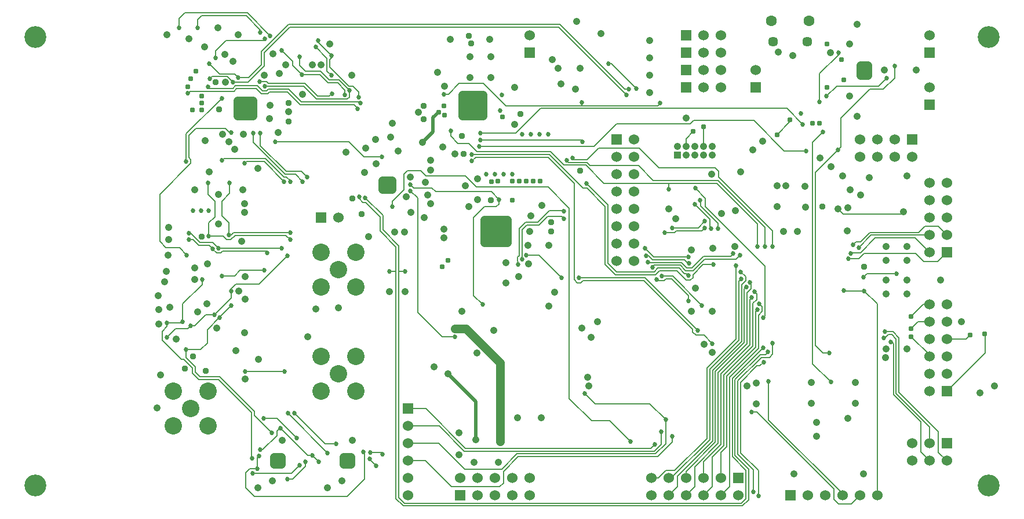
<source format=gbl>
G04 (created by PCBNEW-RS274X (2012-01-19 BZR 3256)-stable) date 10/11/2012 09:17:13*
G01*
G70*
G90*
%MOIN*%
G04 Gerber Fmt 3.4, Leading zero omitted, Abs format*
%FSLAX34Y34*%
G04 APERTURE LIST*
%ADD10C,0.006000*%
%ADD11C,0.063000*%
%ADD12C,0.057100*%
%ADD13C,0.023600*%
%ADD14C,0.025000*%
%ADD15R,0.060000X0.060000*%
%ADD16C,0.060000*%
%ADD17C,0.100000*%
%ADD18C,0.126000*%
%ADD19R,0.042000X0.042000*%
%ADD20C,0.042000*%
%ADD21C,0.023000*%
%ADD22C,0.031000*%
%ADD23C,0.027000*%
%ADD24C,0.037000*%
%ADD25C,0.050000*%
%ADD26C,0.008000*%
%ADD27C,0.020000*%
G04 APERTURE END LIST*
G54D10*
G54D11*
X70583Y-22169D03*
X68417Y-22169D03*
G54D12*
X70479Y-23339D03*
X68521Y-23339D03*
G54D13*
X44202Y-47702D03*
X43798Y-47702D03*
X43798Y-47298D03*
X44202Y-47298D03*
X40202Y-47702D03*
X39798Y-47702D03*
X39798Y-47298D03*
X40202Y-47298D03*
G54D14*
X51225Y-27025D03*
X51225Y-26431D03*
X51819Y-26431D03*
X51819Y-27025D03*
X51819Y-27619D03*
X51225Y-27619D03*
X50631Y-27619D03*
X50631Y-27025D03*
X50631Y-26431D03*
G54D13*
X38150Y-27200D03*
X37717Y-27200D03*
X37717Y-26767D03*
X38150Y-26767D03*
X38583Y-26767D03*
X38583Y-27200D03*
X38583Y-27633D03*
X38150Y-27633D03*
X37717Y-27633D03*
X46300Y-31600D03*
X46039Y-31339D03*
X46561Y-31339D03*
X46561Y-31861D03*
X46039Y-31861D03*
G54D15*
X59500Y-29000D03*
G54D16*
X60500Y-29000D03*
X59500Y-30000D03*
X60500Y-30000D03*
X59500Y-31000D03*
X60500Y-31000D03*
X59500Y-32000D03*
X60500Y-32000D03*
X59500Y-33000D03*
X60500Y-33000D03*
X59500Y-34000D03*
X60500Y-34000D03*
X59500Y-35000D03*
X60500Y-35000D03*
X59500Y-36000D03*
X60500Y-36000D03*
G54D15*
X66500Y-48500D03*
G54D16*
X66500Y-49500D03*
X65500Y-48500D03*
X65500Y-49500D03*
X64500Y-48500D03*
X64500Y-49500D03*
X63500Y-48500D03*
X63500Y-49500D03*
X62500Y-48500D03*
X62500Y-49500D03*
X61500Y-48500D03*
X61500Y-49500D03*
G54D15*
X78500Y-43500D03*
G54D16*
X77500Y-43500D03*
X78500Y-42500D03*
X77500Y-42500D03*
X78500Y-41500D03*
X77500Y-41500D03*
X78500Y-40500D03*
X77500Y-40500D03*
X78500Y-39500D03*
X77500Y-39500D03*
X78500Y-38500D03*
X77500Y-38500D03*
G54D15*
X78500Y-35500D03*
G54D16*
X77500Y-35500D03*
X78500Y-34500D03*
X77500Y-34500D03*
X78500Y-33500D03*
X77500Y-33500D03*
X78500Y-32500D03*
X77500Y-32500D03*
X78500Y-31500D03*
X77500Y-31500D03*
G54D15*
X50500Y-49500D03*
G54D16*
X50500Y-48500D03*
X51500Y-49500D03*
X51500Y-48500D03*
X52500Y-49500D03*
X52500Y-48500D03*
X53500Y-49500D03*
X53500Y-48500D03*
X54500Y-49500D03*
X54500Y-48500D03*
G54D15*
X76500Y-29000D03*
G54D16*
X76500Y-30000D03*
X75500Y-29000D03*
X75500Y-30000D03*
X74500Y-29000D03*
X74500Y-30000D03*
X73500Y-29000D03*
X73500Y-30000D03*
G54D15*
X78510Y-46500D03*
G54D16*
X78510Y-47500D03*
X77510Y-46500D03*
X77510Y-47500D03*
X76510Y-46500D03*
X76510Y-47500D03*
G54D15*
X69500Y-49500D03*
G54D16*
X70500Y-49500D03*
X71500Y-49500D03*
X72500Y-49500D03*
X73500Y-49500D03*
X74500Y-49500D03*
G54D15*
X47500Y-44500D03*
G54D16*
X47500Y-45500D03*
X47500Y-46500D03*
X47500Y-47500D03*
X47500Y-48500D03*
X47500Y-49500D03*
G54D15*
X63500Y-24000D03*
G54D16*
X64500Y-24000D03*
X65500Y-24000D03*
G54D15*
X63500Y-23000D03*
G54D16*
X64500Y-23000D03*
X65500Y-23000D03*
G54D15*
X63500Y-25000D03*
G54D16*
X64500Y-25000D03*
X65500Y-25000D03*
G54D15*
X63500Y-26000D03*
G54D16*
X64500Y-26000D03*
X65500Y-26000D03*
G54D15*
X67500Y-26000D03*
G54D16*
X67500Y-25000D03*
G54D17*
X43500Y-36500D03*
X42500Y-37500D03*
X44500Y-37500D03*
X44500Y-35500D03*
X42500Y-35500D03*
X35000Y-44500D03*
X36000Y-43500D03*
X34000Y-43500D03*
X34000Y-45500D03*
X36000Y-45500D03*
X43500Y-42500D03*
X42500Y-43500D03*
X44500Y-43500D03*
X44500Y-41500D03*
X42500Y-41500D03*
G54D15*
X54500Y-24000D03*
G54D16*
X54500Y-23000D03*
G54D15*
X77500Y-24000D03*
G54D16*
X77500Y-23000D03*
G54D15*
X77500Y-27000D03*
G54D16*
X77500Y-26000D03*
G54D15*
X42500Y-33500D03*
G54D16*
X43500Y-33500D03*
G54D18*
X26075Y-23075D03*
X80925Y-23075D03*
X80925Y-48925D03*
X26075Y-48925D03*
G54D14*
X52575Y-34275D03*
X52575Y-33625D03*
X53225Y-33625D03*
X53225Y-34275D03*
X53225Y-34925D03*
X52575Y-34925D03*
X51925Y-34925D03*
X51925Y-34275D03*
X51925Y-33625D03*
G54D19*
X63000Y-29900D03*
G54D20*
X63000Y-29400D03*
X63500Y-29900D03*
X63500Y-29400D03*
X64000Y-29900D03*
X64000Y-29400D03*
X64500Y-29900D03*
X64500Y-29400D03*
X65000Y-29900D03*
X65000Y-29400D03*
G54D21*
X73750Y-25000D03*
X73947Y-24705D03*
X73553Y-24705D03*
X73553Y-25295D03*
X73947Y-25295D03*
G54D22*
X49470Y-36330D03*
G54D20*
X50450Y-47150D03*
X48450Y-33500D03*
X50200Y-39880D03*
X47300Y-34310D03*
X45650Y-29000D03*
X52800Y-46400D03*
X48800Y-30200D03*
G54D23*
X56460Y-33110D03*
X53850Y-36180D03*
X54060Y-35880D03*
X56460Y-33550D03*
G54D20*
X47400Y-32300D03*
X47650Y-31150D03*
G54D23*
X44950Y-47000D03*
X38930Y-47230D03*
X38850Y-47960D03*
X40250Y-35260D03*
X34900Y-34400D03*
X45310Y-47400D03*
X43100Y-24150D03*
X42340Y-23280D03*
X45670Y-47790D03*
X44680Y-26560D03*
X39020Y-22820D03*
X35420Y-22550D03*
X36620Y-35260D03*
X37330Y-28590D03*
X34780Y-35640D03*
X41450Y-31410D03*
X38600Y-28630D03*
X38150Y-42350D03*
X40410Y-42350D03*
X37340Y-37710D03*
X40570Y-35690D03*
X45330Y-47030D03*
X39010Y-28610D03*
X35010Y-39720D03*
X41710Y-31150D03*
X46030Y-47120D03*
X36370Y-39100D03*
X33650Y-40400D03*
X38970Y-25670D03*
X43130Y-26360D03*
X40600Y-44770D03*
X36810Y-26610D03*
X36050Y-34550D03*
X42870Y-47040D03*
X34750Y-30250D03*
X36000Y-31500D03*
X40740Y-34770D03*
X40730Y-34350D03*
X37200Y-34500D03*
X37250Y-31500D03*
X40970Y-44750D03*
X43390Y-46520D03*
X39590Y-23020D03*
X41600Y-47570D03*
X42200Y-23670D03*
X34350Y-22550D03*
X43098Y-25298D03*
X40580Y-48550D03*
X40230Y-23850D03*
X41410Y-25250D03*
X38100Y-30350D03*
X40390Y-31410D03*
X43870Y-26410D03*
X38550Y-47360D03*
X33650Y-39550D03*
X34550Y-39500D03*
X35660Y-37040D03*
X38560Y-48220D03*
X36280Y-35280D03*
X39400Y-35520D03*
X34900Y-34750D03*
X41280Y-47760D03*
X42370Y-47570D03*
X36810Y-30200D03*
X40750Y-31420D03*
X36450Y-24300D03*
X42000Y-47190D03*
X39260Y-25930D03*
X44130Y-26170D03*
X39270Y-23190D03*
X39000Y-46870D03*
X40160Y-45620D03*
X41260Y-24230D03*
X39670Y-45890D03*
X37340Y-38560D03*
X36690Y-39250D03*
X34740Y-41100D03*
X39220Y-45050D03*
X41100Y-46180D03*
X36800Y-36850D03*
X39240Y-36530D03*
X62700Y-46100D03*
X62060Y-45810D03*
X62330Y-45130D03*
X57690Y-43610D03*
X61710Y-46540D03*
X71740Y-41300D03*
X75500Y-24750D03*
X72250Y-29600D03*
X73110Y-35040D03*
X73430Y-35210D03*
X75610Y-36730D03*
X73720Y-36910D03*
X72830Y-35860D03*
X72990Y-35540D03*
X75270Y-40640D03*
X74930Y-40070D03*
X74880Y-40430D03*
G54D20*
X76000Y-33150D03*
X72250Y-33000D03*
G54D23*
X63630Y-35750D03*
X61140Y-35260D03*
X61210Y-35700D03*
X63660Y-36110D03*
X66210Y-35570D03*
X61310Y-36060D03*
X66610Y-35640D03*
X61560Y-36350D03*
X72560Y-37690D03*
X65330Y-34130D03*
X73740Y-37710D03*
X64320Y-32500D03*
X67610Y-38790D03*
X66370Y-36240D03*
X66660Y-37010D03*
X66960Y-37490D03*
X67440Y-37760D03*
X67290Y-38100D03*
X67710Y-38440D03*
X66650Y-36620D03*
X67190Y-37210D03*
X64580Y-33700D03*
X62720Y-34080D03*
X64580Y-34080D03*
X62280Y-34350D03*
G54D22*
X79830Y-40270D03*
X80690Y-40200D03*
X76450Y-40350D03*
X76450Y-39200D03*
X76450Y-39900D03*
X63910Y-28530D03*
X64500Y-28250D03*
G54D23*
X68240Y-42920D03*
X67280Y-44690D03*
G54D20*
X49800Y-42500D03*
X51400Y-46300D03*
G54D23*
X71380Y-28550D03*
X71830Y-42950D03*
X56340Y-36940D03*
X57340Y-36940D03*
X64180Y-39980D03*
X54320Y-35640D03*
X51180Y-30230D03*
X65020Y-40750D03*
X51800Y-38500D03*
X52750Y-32450D03*
X47650Y-31600D03*
X50200Y-40360D03*
X47650Y-31950D03*
G54D20*
X69100Y-34300D03*
X61400Y-25300D03*
G54D22*
X35630Y-26900D03*
G54D20*
X57150Y-26100D03*
X33290Y-42550D03*
X50225Y-29835D03*
X67000Y-43190D03*
X67900Y-29100D03*
X58600Y-22900D03*
X72900Y-26500D03*
X76200Y-31100D03*
X80400Y-43600D03*
X44300Y-46320D03*
G54D22*
X52325Y-31415D03*
G54D23*
X70100Y-27500D03*
G54D22*
X54725Y-31375D03*
G54D20*
X45000Y-30900D03*
G54D24*
X34680Y-42180D03*
G54D20*
X37200Y-29130D03*
X63800Y-38900D03*
G54D22*
X71600Y-23500D03*
G54D24*
X55750Y-34300D03*
G54D23*
X55575Y-28675D03*
G54D20*
X53635Y-28125D03*
G54D24*
X48425Y-27825D03*
G54D20*
X55200Y-32800D03*
X33750Y-34750D03*
X49935Y-23225D03*
G54D24*
X73750Y-36320D03*
G54D20*
X71200Y-30040D03*
X43940Y-29720D03*
X45250Y-34600D03*
G54D22*
X70790Y-28050D03*
G54D24*
X35650Y-34600D03*
G54D20*
X34160Y-40500D03*
G54D23*
X55075Y-28675D03*
G54D24*
X35140Y-41500D03*
G54D20*
X73250Y-44200D03*
X35850Y-29050D03*
X76200Y-35950D03*
X72770Y-34260D03*
X35230Y-37040D03*
X61400Y-26300D03*
X38150Y-38200D03*
X43000Y-23500D03*
G54D22*
X53525Y-31375D03*
G54D20*
X40100Y-25190D03*
X38100Y-32700D03*
X37760Y-37710D03*
X38150Y-36900D03*
X33750Y-34050D03*
G54D24*
X35890Y-42320D03*
G54D20*
X33190Y-38790D03*
G54D23*
X54575Y-28675D03*
G54D20*
X33800Y-38670D03*
X33150Y-38000D03*
X51505Y-31265D03*
G54D23*
X52525Y-30975D03*
G54D20*
X35400Y-38930D03*
X50600Y-38900D03*
X57900Y-43200D03*
X53810Y-45010D03*
G54D22*
X71600Y-26000D03*
G54D20*
X37550Y-29550D03*
X36600Y-32150D03*
X71800Y-24000D03*
X57400Y-24900D03*
X61400Y-24300D03*
X62500Y-33000D03*
G54D24*
X50725Y-29835D03*
G54D20*
X36510Y-39870D03*
X72900Y-23500D03*
X37000Y-25700D03*
X52215Y-23225D03*
X49580Y-34640D03*
X39750Y-24050D03*
X36070Y-30860D03*
G54D24*
X51145Y-23445D03*
G54D20*
X33190Y-39620D03*
G54D22*
X54325Y-31375D03*
G54D20*
X76200Y-37100D03*
G54D22*
X53925Y-31375D03*
G54D23*
X36050Y-33100D03*
G54D20*
X40650Y-27400D03*
X71850Y-30550D03*
X35970Y-36150D03*
X70700Y-44200D03*
X38050Y-28700D03*
X48500Y-31450D03*
X71000Y-45300D03*
G54D22*
X72450Y-24400D03*
G54D20*
X55800Y-24400D03*
X43500Y-38700D03*
G54D22*
X55125Y-31375D03*
G54D20*
X46600Y-28050D03*
X79330Y-39490D03*
X58400Y-39500D03*
X52275Y-24225D03*
G54D23*
X53525Y-30975D03*
G54D20*
X38890Y-30650D03*
G54D22*
X34850Y-25950D03*
G54D24*
X48415Y-27045D03*
G54D22*
X35000Y-25500D03*
G54D20*
X49000Y-42100D03*
G54D24*
X51005Y-23005D03*
G54D20*
X45090Y-29500D03*
X70350Y-31690D03*
X38900Y-41650D03*
X42890Y-49050D03*
X47690Y-33200D03*
X41750Y-40350D03*
X46950Y-29650D03*
X69250Y-31650D03*
X35800Y-23650D03*
X73350Y-27650D03*
X74960Y-41560D03*
X66310Y-35140D03*
G54D23*
X54075Y-28675D03*
G54D20*
X48650Y-32200D03*
X56150Y-24900D03*
G54D22*
X35300Y-25050D03*
G54D20*
X40490Y-24680D03*
X35250Y-31900D03*
G54D22*
X35630Y-26500D03*
G54D20*
X36600Y-33850D03*
X73550Y-32200D03*
X51300Y-47600D03*
X63800Y-35350D03*
X52430Y-39990D03*
G54D24*
X71350Y-32850D03*
G54D22*
X52685Y-31375D03*
G54D20*
X71000Y-46100D03*
X76200Y-41050D03*
X37950Y-34850D03*
G54D24*
X40650Y-26900D03*
G54D22*
X35100Y-27300D03*
G54D23*
X53025Y-30975D03*
G54D20*
X52700Y-47600D03*
X42000Y-24700D03*
X68750Y-31650D03*
X51020Y-32840D03*
X61400Y-23300D03*
X35940Y-38470D03*
X38010Y-31900D03*
G54D23*
X35600Y-33100D03*
G54D20*
X76750Y-25000D03*
G54D24*
X53985Y-27515D03*
X40650Y-27950D03*
G54D20*
X50795Y-31665D03*
X41450Y-26400D03*
X38100Y-40130D03*
G54D22*
X35630Y-27300D03*
G54D20*
X40050Y-28600D03*
X33700Y-35650D03*
X72800Y-45050D03*
X33500Y-37200D03*
X74040Y-31190D03*
X72500Y-31100D03*
G54D24*
X55750Y-33750D03*
G54D20*
X48125Y-27425D03*
G54D24*
X57400Y-30800D03*
G54D20*
X51075Y-24225D03*
X49225Y-25125D03*
X34900Y-23200D03*
X72950Y-31900D03*
X76200Y-35150D03*
X67540Y-44230D03*
X51460Y-41280D03*
X73350Y-22350D03*
X68800Y-23950D03*
X54450Y-36150D03*
X53130Y-37260D03*
X64550Y-40800D03*
X55600Y-35100D03*
X33070Y-44460D03*
X37750Y-22950D03*
X55950Y-37790D03*
X40280Y-46320D03*
X74900Y-25000D03*
X38890Y-49050D03*
X36850Y-28700D03*
G54D23*
X35150Y-33100D03*
G54D20*
X55180Y-45010D03*
X44260Y-25300D03*
X49525Y-29435D03*
X57500Y-39850D03*
X76200Y-37900D03*
X38100Y-33200D03*
X69650Y-24150D03*
X36980Y-24100D03*
X69900Y-34300D03*
X65550Y-33250D03*
X53635Y-25975D03*
G54D23*
X52025Y-30975D03*
G54D20*
X49580Y-34160D03*
G54D24*
X36450Y-25700D03*
G54D20*
X53860Y-36890D03*
X42500Y-24700D03*
X36560Y-22550D03*
X33640Y-22950D03*
G54D23*
X70400Y-29650D03*
X51620Y-29390D03*
X60080Y-26420D03*
X37430Y-25680D03*
X36100Y-25500D03*
X61800Y-37050D03*
X63630Y-38280D03*
X36090Y-24630D03*
X37750Y-25420D03*
X62120Y-36860D03*
X64420Y-38540D03*
X60220Y-26080D03*
X67390Y-49290D03*
X36000Y-25950D03*
X44780Y-26900D03*
X68480Y-40710D03*
X34850Y-26330D03*
X67660Y-49530D03*
X67970Y-41810D03*
X44620Y-27220D03*
X39880Y-29130D03*
X46000Y-30000D03*
X75050Y-25450D03*
X71590Y-26500D03*
X72270Y-24000D03*
X71190Y-26830D03*
G54D22*
X69490Y-27840D03*
X68750Y-28710D03*
G54D23*
X64940Y-34130D03*
X60650Y-26060D03*
X59030Y-24610D03*
X64010Y-32720D03*
X51670Y-28620D03*
X70210Y-28110D03*
X68460Y-35140D03*
X56960Y-30050D03*
X44700Y-32300D03*
X46450Y-36600D03*
X68220Y-41230D03*
X47350Y-36600D03*
X45050Y-32350D03*
X67940Y-40990D03*
X46600Y-32850D03*
X60320Y-46400D03*
X65060Y-36190D03*
X51180Y-29850D03*
X51670Y-29010D03*
X57760Y-31520D03*
X63630Y-36820D03*
X57550Y-29130D03*
X62020Y-26880D03*
X57520Y-26850D03*
X64030Y-31800D03*
X67930Y-39250D03*
X49575Y-26375D03*
X56630Y-30180D03*
X68040Y-35150D03*
G54D20*
X54570Y-33380D03*
G54D24*
X36640Y-27250D03*
G54D20*
X49625Y-25925D03*
G54D22*
X53525Y-32475D03*
G54D24*
X50615Y-28785D03*
G54D22*
X49565Y-27045D03*
X52945Y-27695D03*
G54D20*
X54400Y-35100D03*
G54D22*
X49625Y-27585D03*
G54D20*
X33610Y-36600D03*
X37600Y-41150D03*
X38150Y-42800D03*
X39250Y-25300D03*
X39570Y-27010D03*
X54500Y-34300D03*
X51525Y-32465D03*
X37450Y-24500D03*
G54D23*
X52895Y-26425D03*
G54D20*
X35250Y-36400D03*
X53140Y-36100D03*
X52275Y-25415D03*
G54D23*
X52825Y-27335D03*
G54D24*
X52275Y-32475D03*
G54D20*
X51075Y-25405D03*
G54D22*
X72560Y-25570D03*
G54D20*
X43710Y-48650D03*
X75000Y-35950D03*
X70378Y-32904D03*
X78150Y-37100D03*
G54D22*
X71190Y-28050D03*
G54D24*
X44300Y-32400D03*
G54D20*
X46450Y-37750D03*
X48800Y-32700D03*
X73700Y-48250D03*
X70700Y-43000D03*
X75000Y-41050D03*
X75000Y-37900D03*
X39710Y-48650D03*
X63500Y-27740D03*
X42200Y-38750D03*
X48340Y-29160D03*
G54D24*
X44850Y-33300D03*
G54D20*
X68750Y-32850D03*
X72810Y-32920D03*
X75000Y-37100D03*
X66640Y-30840D03*
X62900Y-33550D03*
X65000Y-41250D03*
X75000Y-35150D03*
X81250Y-43200D03*
X48800Y-30750D03*
X46730Y-34310D03*
X67350Y-29600D03*
X58050Y-40400D03*
X55600Y-38600D03*
X39550Y-27800D03*
X73250Y-43000D03*
X56300Y-25800D03*
X57850Y-42700D03*
X64050Y-37540D03*
X57200Y-22200D03*
X45660Y-30400D03*
X65030Y-35270D03*
X47350Y-37750D03*
G54D22*
X49275Y-27415D03*
X49820Y-35960D03*
G54D20*
X67540Y-43020D03*
X46500Y-28850D03*
X66350Y-33100D03*
X64990Y-31000D03*
X50450Y-45900D03*
X69700Y-48250D03*
X65000Y-38900D03*
G54D23*
X62500Y-31850D03*
X49975Y-28485D03*
X67610Y-35160D03*
G54D25*
X52800Y-46400D02*
X52800Y-41840D01*
X50840Y-39880D02*
X50200Y-39880D01*
X52800Y-41840D02*
X50840Y-39880D01*
G54D26*
X56448Y-33098D02*
X56460Y-33110D01*
X53850Y-36180D02*
X53850Y-36040D01*
X53898Y-34122D02*
X54262Y-33758D01*
X55940Y-33098D02*
X56448Y-33098D01*
X54262Y-33758D02*
X54972Y-33758D01*
X53800Y-35770D02*
X53898Y-35672D01*
X54972Y-33758D02*
X55632Y-33098D01*
X53800Y-35990D02*
X53800Y-35770D01*
X53850Y-36040D02*
X53800Y-35990D01*
X53898Y-35672D02*
X53898Y-34122D01*
X55632Y-33098D02*
X55940Y-33098D01*
X54060Y-34190D02*
X54330Y-33920D01*
X56460Y-33550D02*
X56335Y-33425D01*
X54060Y-35880D02*
X54060Y-34190D01*
X56335Y-33425D02*
X55535Y-33425D01*
X55535Y-33425D02*
X55040Y-33920D01*
X54330Y-33920D02*
X55040Y-33920D01*
X38680Y-49550D02*
X38180Y-49050D01*
X38850Y-47960D02*
X38410Y-47960D01*
X44010Y-49550D02*
X38680Y-49550D01*
X44950Y-47000D02*
X45020Y-47070D01*
X45020Y-48540D02*
X44010Y-49550D01*
X45020Y-47070D02*
X45020Y-48540D01*
X38930Y-47230D02*
X38850Y-47310D01*
X38180Y-48190D02*
X38180Y-49050D01*
X38410Y-47960D02*
X38180Y-48190D01*
X38850Y-47310D02*
X38850Y-47960D01*
X45310Y-47430D02*
X45310Y-47400D01*
X42340Y-23390D02*
X43100Y-24150D01*
X36270Y-34910D02*
X36620Y-35260D01*
X44680Y-26260D02*
X44680Y-26560D01*
X35530Y-34910D02*
X36270Y-34910D01*
X42340Y-23280D02*
X42340Y-23390D01*
X38202Y-21862D02*
X39020Y-22680D01*
X43100Y-24292D02*
X43002Y-24390D01*
X35420Y-22550D02*
X35420Y-22082D01*
X44100Y-25910D02*
X44330Y-25910D01*
X43002Y-24812D02*
X44100Y-25910D01*
X39020Y-22680D02*
X39020Y-22820D01*
X44330Y-25910D02*
X44680Y-26260D01*
X35420Y-22082D02*
X35640Y-21862D01*
X45670Y-47790D02*
X45310Y-47430D01*
X35640Y-21862D02*
X38202Y-21862D01*
X43002Y-24390D02*
X43002Y-24812D01*
X43100Y-24292D02*
X43100Y-24150D01*
X36620Y-35260D02*
X40250Y-35260D01*
X34900Y-34400D02*
X35020Y-34400D01*
X35020Y-34400D02*
X35530Y-34910D01*
X33580Y-35220D02*
X34360Y-35220D01*
X35020Y-30138D02*
X35020Y-30360D01*
X34912Y-30030D02*
X35020Y-30138D01*
X35020Y-30360D02*
X33230Y-32150D01*
X33230Y-34870D02*
X33580Y-35220D01*
X33230Y-32150D02*
X33230Y-34870D01*
X35300Y-28350D02*
X34912Y-28738D01*
X37250Y-28590D02*
X37010Y-28350D01*
X37330Y-28590D02*
X37250Y-28590D01*
X34360Y-35220D02*
X34780Y-35640D01*
X37010Y-28350D02*
X35300Y-28350D01*
X34912Y-28738D02*
X34912Y-30030D01*
X41028Y-30988D02*
X41450Y-31410D01*
X38600Y-29160D02*
X40428Y-30988D01*
X40428Y-30988D02*
X41028Y-30988D01*
X40410Y-42350D02*
X38150Y-42350D01*
X38600Y-28630D02*
X38600Y-29160D01*
X37340Y-38130D02*
X36370Y-39100D01*
X35860Y-39100D02*
X35240Y-39720D01*
X35240Y-39720D02*
X35010Y-39720D01*
X38940Y-37320D02*
X40570Y-35690D01*
X34830Y-39900D02*
X35010Y-39720D01*
X37340Y-37580D02*
X37600Y-37320D01*
X37340Y-37710D02*
X37340Y-38130D01*
X39010Y-29340D02*
X40496Y-30826D01*
X33650Y-40400D02*
X34150Y-39900D01*
X34150Y-39900D02*
X34830Y-39900D01*
X39010Y-28610D02*
X39010Y-29340D01*
X37340Y-37710D02*
X37340Y-37580D01*
X41386Y-30826D02*
X41710Y-31150D01*
X46030Y-47120D02*
X45940Y-47030D01*
X45940Y-47030D02*
X45330Y-47030D01*
X40496Y-30826D02*
X41386Y-30826D01*
X37600Y-37320D02*
X38940Y-37320D01*
X36370Y-39100D02*
X35860Y-39100D01*
X42320Y-26500D02*
X42990Y-26500D01*
X39468Y-25768D02*
X41588Y-25768D01*
X38970Y-25670D02*
X39370Y-25670D01*
X41588Y-25768D02*
X42320Y-26500D01*
X39370Y-25670D02*
X39468Y-25768D01*
X42990Y-26500D02*
X43130Y-26360D01*
X36050Y-34550D02*
X36880Y-34550D01*
X36810Y-26610D02*
X34750Y-28670D01*
X40480Y-34510D02*
X40740Y-34770D01*
X34750Y-28720D02*
X34750Y-30250D01*
X37090Y-34760D02*
X37310Y-34760D01*
X36050Y-33800D02*
X36400Y-33450D01*
X37560Y-34510D02*
X40480Y-34510D01*
X36400Y-32550D02*
X36000Y-32150D01*
X36050Y-34550D02*
X36050Y-33800D01*
X40600Y-44770D02*
X42870Y-47040D01*
X36000Y-32150D02*
X36000Y-31500D01*
X37310Y-34760D02*
X37560Y-34510D01*
X36880Y-34550D02*
X37090Y-34760D01*
X34750Y-28670D02*
X34750Y-28720D01*
X36400Y-33450D02*
X36400Y-32550D01*
X36800Y-33400D02*
X37200Y-33800D01*
X40728Y-34348D02*
X40730Y-34350D01*
X37200Y-34500D02*
X37340Y-34500D01*
X37340Y-34500D02*
X37492Y-34348D01*
X36800Y-32550D02*
X36800Y-33400D01*
X42740Y-46520D02*
X43390Y-46520D01*
X37250Y-31500D02*
X37250Y-32100D01*
X37250Y-32100D02*
X36800Y-32550D01*
X37200Y-33800D02*
X37200Y-34500D01*
X37492Y-34348D02*
X40728Y-34348D01*
X40970Y-44750D02*
X42740Y-46520D01*
X43098Y-25298D02*
X42840Y-25040D01*
X34350Y-22020D02*
X34350Y-22550D01*
X41600Y-47820D02*
X40870Y-48550D01*
X41600Y-47570D02*
X41600Y-47820D01*
X38270Y-21700D02*
X39590Y-23020D01*
X40870Y-48550D02*
X40580Y-48550D01*
X42840Y-24310D02*
X42840Y-25040D01*
X34350Y-22020D02*
X34670Y-21700D01*
X42200Y-23670D02*
X42840Y-24310D01*
X34670Y-21700D02*
X38270Y-21700D01*
X38200Y-30250D02*
X39230Y-30250D01*
X43870Y-26140D02*
X43870Y-26410D01*
X41410Y-25250D02*
X40870Y-24710D01*
X42922Y-25732D02*
X43462Y-25732D01*
X43462Y-25732D02*
X43870Y-26140D01*
X42440Y-25250D02*
X42922Y-25732D01*
X40230Y-23850D02*
X40870Y-24490D01*
X41410Y-25250D02*
X42440Y-25250D01*
X40390Y-31410D02*
X39230Y-30250D01*
X38200Y-30250D02*
X38100Y-30350D01*
X40870Y-24490D02*
X40870Y-24710D01*
X35660Y-37360D02*
X35660Y-37040D01*
X33370Y-40570D02*
X34460Y-41660D01*
X34550Y-38470D02*
X35660Y-37360D01*
X38508Y-47318D02*
X38550Y-47360D01*
X34550Y-39500D02*
X34550Y-38470D01*
X36622Y-42822D02*
X38508Y-44708D01*
X34500Y-39550D02*
X33650Y-39550D01*
X35118Y-42168D02*
X35118Y-42468D01*
X35118Y-42468D02*
X35472Y-42822D01*
X33650Y-39770D02*
X33370Y-40050D01*
X34460Y-41660D02*
X34610Y-41660D01*
X34550Y-39500D02*
X34500Y-39550D01*
X35472Y-42822D02*
X36622Y-42822D01*
X34610Y-41660D02*
X35118Y-42168D01*
X33650Y-39770D02*
X33650Y-39550D01*
X38508Y-44708D02*
X38508Y-47318D01*
X33370Y-40050D02*
X33370Y-40570D01*
X35462Y-35072D02*
X36072Y-35072D01*
X34900Y-34750D02*
X35140Y-34750D01*
X36850Y-35422D02*
X39302Y-35422D01*
X36742Y-35530D02*
X36850Y-35422D01*
X36280Y-35310D02*
X36280Y-35280D01*
X40820Y-48220D02*
X38560Y-48220D01*
X36072Y-35072D02*
X36280Y-35280D01*
X39302Y-35422D02*
X39400Y-35520D01*
X36280Y-35310D02*
X36500Y-35530D01*
X41280Y-47760D02*
X40820Y-48220D01*
X36500Y-35530D02*
X36742Y-35530D01*
X35140Y-34750D02*
X35462Y-35072D01*
X39170Y-23290D02*
X39270Y-23190D01*
X39298Y-30088D02*
X36922Y-30088D01*
X41600Y-25050D02*
X42470Y-25050D01*
X44130Y-26538D02*
X44130Y-26170D01*
X36922Y-30088D02*
X36810Y-30200D01*
X40510Y-31150D02*
X40360Y-31150D01*
X41260Y-24230D02*
X41260Y-24710D01*
X42470Y-25050D02*
X42990Y-25570D01*
X43530Y-25570D02*
X44130Y-26170D01*
X39960Y-45800D02*
X39960Y-46060D01*
X40360Y-31150D02*
X39298Y-30088D01*
X41730Y-47190D02*
X42000Y-47190D01*
X42990Y-25570D02*
X43530Y-25570D01*
X40730Y-31400D02*
X40730Y-31370D01*
X39960Y-46060D02*
X39150Y-46870D01*
X40750Y-31420D02*
X40730Y-31400D01*
X41520Y-25930D02*
X42258Y-26668D01*
X42000Y-47200D02*
X42000Y-47190D01*
X37050Y-23290D02*
X39170Y-23290D01*
X44000Y-26668D02*
X44130Y-26538D01*
X40160Y-45620D02*
X40140Y-45620D01*
X42258Y-26668D02*
X44000Y-26668D01*
X40140Y-45620D02*
X39960Y-45800D01*
X39260Y-25930D02*
X41520Y-25930D01*
X36450Y-23890D02*
X37050Y-23290D01*
X40730Y-31370D02*
X40510Y-31150D01*
X41730Y-47190D02*
X40160Y-45620D01*
X41260Y-24710D02*
X41600Y-25050D01*
X39150Y-46870D02*
X39000Y-46870D01*
X36450Y-24300D02*
X36450Y-23890D01*
X42370Y-47570D02*
X42000Y-47200D01*
X35960Y-39940D02*
X36650Y-39250D01*
X35280Y-42100D02*
X35280Y-42400D01*
X34740Y-41560D02*
X35280Y-42100D01*
X35570Y-41100D02*
X35960Y-40710D01*
X39670Y-45890D02*
X38670Y-44890D01*
X35960Y-40710D02*
X35960Y-39940D01*
X34740Y-41100D02*
X34740Y-41560D01*
X35280Y-42400D02*
X35540Y-42660D01*
X37340Y-38560D02*
X36690Y-39210D01*
X36650Y-39250D02*
X36690Y-39250D01*
X34740Y-41100D02*
X35570Y-41100D01*
X36690Y-42660D02*
X38670Y-44640D01*
X35540Y-42660D02*
X36690Y-42660D01*
X38670Y-44890D02*
X38670Y-44640D01*
X36690Y-39210D02*
X36690Y-39250D01*
X37530Y-36850D02*
X37850Y-36530D01*
X39970Y-45050D02*
X39220Y-45050D01*
X37850Y-36530D02*
X39240Y-36530D01*
X41100Y-46180D02*
X39970Y-45050D01*
X36800Y-36850D02*
X37530Y-36850D01*
X52790Y-49000D02*
X53000Y-48790D01*
X53858Y-47266D02*
X61864Y-47266D01*
X53000Y-48790D02*
X53000Y-48124D01*
X48500Y-47500D02*
X50000Y-49000D01*
X47500Y-47500D02*
X48500Y-47500D01*
X62700Y-46430D02*
X62700Y-46100D01*
X50000Y-49000D02*
X52790Y-49000D01*
X61864Y-47266D02*
X62700Y-46430D01*
X53000Y-48124D02*
X53858Y-47266D01*
X47500Y-45500D02*
X49300Y-45500D01*
X49300Y-45500D02*
X50742Y-46942D01*
X61538Y-46942D02*
X61688Y-46942D01*
X50742Y-46942D02*
X61538Y-46942D01*
X62060Y-46570D02*
X62060Y-45810D01*
X61688Y-46942D02*
X62060Y-46570D01*
X61756Y-47104D02*
X62330Y-46530D01*
X52894Y-48000D02*
X53790Y-47104D01*
X53790Y-47104D02*
X61530Y-47104D01*
X61530Y-47104D02*
X61756Y-47104D01*
X61410Y-44210D02*
X62330Y-45130D01*
X50770Y-48000D02*
X52894Y-48000D01*
X58290Y-44210D02*
X61410Y-44210D01*
X49270Y-46500D02*
X47500Y-46500D01*
X57690Y-43610D02*
X58290Y-44210D01*
X49270Y-46500D02*
X50770Y-48000D01*
X62330Y-46530D02*
X62330Y-45130D01*
X61470Y-46780D02*
X61710Y-46540D01*
X50810Y-46780D02*
X61470Y-46780D01*
X48530Y-44500D02*
X50810Y-46780D01*
X48530Y-44500D02*
X47500Y-44500D01*
X72270Y-29570D02*
X72420Y-29420D01*
X75500Y-25450D02*
X75500Y-24750D01*
X70952Y-40870D02*
X70952Y-30888D01*
X72250Y-29600D02*
X72270Y-29580D01*
X74078Y-26092D02*
X74858Y-26092D01*
X71382Y-41300D02*
X70952Y-40870D01*
X72270Y-29580D02*
X72270Y-29570D01*
X72420Y-29420D02*
X72420Y-27750D01*
X72420Y-27750D02*
X74078Y-26092D01*
X74858Y-26092D02*
X75500Y-25450D01*
X70952Y-30888D02*
X72270Y-29570D01*
X71740Y-41300D02*
X71382Y-41300D01*
X76892Y-34338D02*
X77230Y-34000D01*
X73110Y-35040D02*
X73270Y-34880D01*
X73530Y-34880D02*
X74072Y-34338D01*
X74072Y-34338D02*
X76892Y-34338D01*
X73270Y-34880D02*
X73530Y-34880D01*
X77230Y-34000D02*
X78000Y-34000D01*
X78000Y-34000D02*
X78500Y-34500D01*
X74140Y-34500D02*
X77500Y-34500D01*
X73430Y-35210D02*
X74140Y-34500D01*
X73720Y-36910D02*
X73900Y-36730D01*
X73900Y-36730D02*
X75610Y-36730D01*
X72850Y-35840D02*
X73440Y-35840D01*
X77180Y-36020D02*
X77980Y-36020D01*
X73730Y-35550D02*
X76710Y-35550D01*
X72830Y-35860D02*
X72850Y-35840D01*
X77980Y-36020D02*
X78500Y-35500D01*
X73440Y-35840D02*
X73730Y-35550D01*
X76710Y-35550D02*
X77180Y-36020D01*
X72990Y-35540D02*
X73020Y-35510D01*
X76662Y-34662D02*
X77500Y-35500D01*
X73540Y-35510D02*
X74388Y-34662D01*
X74388Y-34662D02*
X76662Y-34662D01*
X73020Y-35510D02*
X73540Y-35510D01*
X77010Y-47000D02*
X77510Y-47500D01*
X75426Y-40760D02*
X75426Y-43686D01*
X77010Y-45270D02*
X77010Y-47000D01*
X75426Y-43686D02*
X77010Y-45270D01*
X75306Y-40640D02*
X75426Y-40760D01*
X75270Y-40640D02*
X75306Y-40640D01*
X75750Y-40890D02*
X75750Y-40410D01*
X75750Y-40410D02*
X75410Y-40070D01*
X75750Y-43550D02*
X78020Y-45820D01*
X78510Y-47500D02*
X78020Y-47010D01*
X75750Y-40890D02*
X75750Y-43550D01*
X75410Y-40070D02*
X74930Y-40070D01*
X78020Y-45820D02*
X78020Y-47010D01*
X74952Y-40430D02*
X75150Y-40232D01*
X74880Y-40430D02*
X74952Y-40430D01*
X75342Y-40232D02*
X75588Y-40478D01*
X75588Y-43618D02*
X77510Y-45540D01*
X75150Y-40232D02*
X75342Y-40232D01*
X77510Y-45540D02*
X77510Y-46500D01*
X75588Y-40478D02*
X75588Y-43618D01*
X75850Y-33300D02*
X76000Y-33150D01*
X72250Y-33000D02*
X72550Y-33300D01*
X72550Y-33300D02*
X75850Y-33300D01*
X61630Y-35750D02*
X61140Y-35260D01*
X63630Y-35750D02*
X61630Y-35750D01*
X63660Y-36110D02*
X63608Y-36110D01*
X63410Y-35912D02*
X61562Y-35912D01*
X61350Y-35700D02*
X61210Y-35700D01*
X63608Y-36110D02*
X63410Y-35912D01*
X61562Y-35912D02*
X61350Y-35700D01*
X64380Y-35840D02*
X63840Y-36380D01*
X63234Y-36074D02*
X61324Y-36074D01*
X66060Y-35720D02*
X64500Y-35720D01*
X64500Y-35720D02*
X64380Y-35840D01*
X61324Y-36074D02*
X61310Y-36060D01*
X66210Y-35570D02*
X66060Y-35720D01*
X63540Y-36380D02*
X63234Y-36074D01*
X63840Y-36380D02*
X63540Y-36380D01*
X61674Y-36236D02*
X61560Y-36350D01*
X63908Y-36542D02*
X63472Y-36542D01*
X64568Y-35882D02*
X63908Y-36542D01*
X66368Y-35882D02*
X64568Y-35882D01*
X63166Y-36236D02*
X61674Y-36236D01*
X63472Y-36542D02*
X63166Y-36236D01*
X66610Y-35640D02*
X66368Y-35882D01*
X72560Y-37690D02*
X72580Y-37710D01*
X74500Y-49500D02*
X74500Y-38470D01*
X64320Y-32500D02*
X64335Y-32515D01*
X74500Y-38470D02*
X73740Y-37710D01*
X65330Y-33810D02*
X65330Y-34130D01*
X64335Y-32815D02*
X65330Y-33810D01*
X64335Y-32515D02*
X64335Y-32815D01*
X72580Y-37710D02*
X73740Y-37710D01*
X65500Y-48500D02*
X65500Y-47030D01*
X65838Y-46692D02*
X65838Y-42632D01*
X65500Y-47030D02*
X65838Y-46692D01*
X67504Y-38896D02*
X67610Y-38790D01*
X65838Y-42632D02*
X67504Y-40966D01*
X67504Y-40966D02*
X67504Y-38896D01*
X66370Y-40490D02*
X66370Y-36240D01*
X64704Y-46216D02*
X64704Y-42156D01*
X62850Y-48070D02*
X64704Y-46216D01*
X61900Y-48500D02*
X62330Y-48070D01*
X61500Y-48500D02*
X61900Y-48500D01*
X64704Y-42156D02*
X66370Y-40490D01*
X62330Y-48070D02*
X62850Y-48070D01*
X66532Y-37138D02*
X66660Y-37010D01*
X62650Y-48500D02*
X64866Y-46284D01*
X64866Y-42224D02*
X66532Y-40558D01*
X62500Y-48500D02*
X62650Y-48500D01*
X64866Y-46284D02*
X64866Y-42224D01*
X66532Y-40558D02*
X66532Y-37138D01*
X65190Y-46420D02*
X65190Y-42360D01*
X65190Y-42360D02*
X66856Y-40694D01*
X66856Y-40694D02*
X66856Y-37594D01*
X63500Y-48500D02*
X63500Y-48270D01*
X66856Y-37594D02*
X66960Y-37490D01*
X63500Y-48110D02*
X65190Y-46420D01*
X63500Y-48500D02*
X63500Y-48110D01*
X65676Y-46624D02*
X65676Y-42564D01*
X65676Y-42564D02*
X67342Y-40898D01*
X67560Y-38210D02*
X67560Y-37880D01*
X67342Y-40898D02*
X67342Y-38428D01*
X65000Y-47300D02*
X65676Y-46624D01*
X67560Y-37880D02*
X67440Y-37760D01*
X64500Y-49500D02*
X65000Y-49000D01*
X65000Y-49000D02*
X65000Y-47300D01*
X67342Y-38428D02*
X67560Y-38210D01*
X67180Y-40830D02*
X67180Y-38210D01*
X64500Y-48500D02*
X64500Y-47570D01*
X67180Y-38210D02*
X67290Y-38100D01*
X64500Y-47570D02*
X65514Y-46556D01*
X65514Y-46556D02*
X65514Y-42496D01*
X65514Y-42496D02*
X67180Y-40830D01*
X66000Y-49000D02*
X66000Y-42700D01*
X66000Y-42700D02*
X67666Y-41034D01*
X67880Y-38610D02*
X67710Y-38440D01*
X67666Y-41034D02*
X67666Y-39114D01*
X65500Y-49500D02*
X66000Y-49000D01*
X67666Y-39114D02*
X67880Y-38900D01*
X67880Y-38900D02*
X67880Y-38610D01*
X66694Y-37366D02*
X66930Y-37130D01*
X63000Y-49000D02*
X62500Y-49500D01*
X65028Y-42292D02*
X66694Y-40626D01*
X65028Y-46352D02*
X65028Y-42292D01*
X63000Y-48380D02*
X65028Y-46352D01*
X66694Y-40626D02*
X66694Y-37366D01*
X63000Y-49000D02*
X63000Y-48380D01*
X66930Y-36900D02*
X66650Y-36620D01*
X66930Y-37130D02*
X66930Y-36900D01*
X67230Y-37600D02*
X67230Y-37250D01*
X67018Y-40762D02*
X67018Y-37812D01*
X64000Y-47840D02*
X65352Y-46488D01*
X67018Y-37812D02*
X67230Y-37600D01*
X65352Y-42428D02*
X67018Y-40762D01*
X64000Y-49000D02*
X64000Y-47840D01*
X67230Y-37250D02*
X67190Y-37210D01*
X63500Y-49500D02*
X64000Y-49000D01*
X65352Y-46488D02*
X65352Y-42428D01*
X64200Y-34080D02*
X62720Y-34080D01*
X64580Y-33700D02*
X64200Y-34080D01*
X64580Y-34080D02*
X64418Y-34242D01*
X62850Y-34350D02*
X62280Y-34350D01*
X62958Y-34242D02*
X62850Y-34350D01*
X64418Y-34242D02*
X62958Y-34242D01*
X79600Y-40500D02*
X78500Y-40500D01*
X79830Y-40270D02*
X79600Y-40500D01*
X80700Y-41300D02*
X78500Y-43500D01*
X80690Y-40200D02*
X80700Y-40210D01*
X80700Y-40210D02*
X80700Y-41300D01*
X77500Y-41400D02*
X77500Y-41500D01*
X76450Y-40350D02*
X77500Y-41400D01*
X76450Y-39200D02*
X77150Y-38500D01*
X77150Y-38500D02*
X77500Y-38500D01*
X76850Y-39500D02*
X77500Y-39500D01*
X76450Y-39900D02*
X76850Y-39500D01*
X63500Y-28940D02*
X63500Y-29400D01*
X63910Y-28530D02*
X63500Y-28940D01*
X64500Y-28250D02*
X64500Y-29400D01*
X68240Y-42920D02*
X68240Y-45140D01*
X72500Y-49400D02*
X72500Y-49500D01*
X68240Y-45140D02*
X72500Y-49400D01*
X72000Y-49130D02*
X72000Y-49710D01*
X73000Y-50000D02*
X73500Y-49500D01*
X72000Y-49710D02*
X72290Y-50000D01*
X67280Y-44690D02*
X67560Y-44690D01*
X67560Y-44690D02*
X72000Y-49130D01*
X72290Y-50000D02*
X73000Y-50000D01*
G54D27*
X51400Y-44100D02*
X49800Y-42500D01*
X51400Y-46300D02*
X51400Y-44100D01*
G54D26*
X71830Y-42950D02*
X70790Y-41910D01*
X70790Y-41910D02*
X70790Y-41880D01*
X70790Y-29140D02*
X71380Y-28550D01*
X70790Y-41880D02*
X70790Y-29140D01*
X55040Y-35640D02*
X54320Y-35640D01*
X64180Y-39980D02*
X61144Y-36944D01*
X57344Y-36944D02*
X57340Y-36940D01*
X61144Y-36944D02*
X57344Y-36944D01*
X56340Y-36940D02*
X55040Y-35640D01*
X57430Y-37250D02*
X57240Y-37250D01*
X61076Y-37106D02*
X57574Y-37106D01*
X57574Y-37106D02*
X57430Y-37250D01*
X55564Y-30014D02*
X51396Y-30014D01*
X65020Y-40750D02*
X65020Y-40740D01*
X64550Y-40270D02*
X64070Y-40270D01*
X65020Y-40740D02*
X64550Y-40270D01*
X63890Y-40090D02*
X63890Y-39920D01*
X51396Y-30014D02*
X51180Y-30230D01*
X64070Y-40270D02*
X63890Y-40090D01*
X57240Y-37250D02*
X57060Y-37070D01*
X57060Y-31510D02*
X55564Y-30014D01*
X57060Y-37070D02*
X57060Y-31510D01*
X63890Y-39920D02*
X61076Y-37106D01*
G54D10*
X52750Y-32450D02*
X52750Y-32710D01*
X49100Y-32000D02*
X48890Y-31790D01*
X52590Y-32870D02*
X51910Y-32870D01*
X52300Y-32000D02*
X49100Y-32000D01*
X51280Y-33500D02*
X51280Y-37980D01*
X52750Y-32450D02*
X52300Y-32000D01*
X51280Y-37980D02*
X51800Y-38500D01*
X48890Y-31790D02*
X47840Y-31790D01*
X47840Y-31790D02*
X47650Y-31600D01*
X51910Y-32870D02*
X51280Y-33500D01*
X52750Y-32710D02*
X52590Y-32870D01*
X48060Y-38960D02*
X48060Y-32360D01*
X49460Y-40360D02*
X48060Y-38960D01*
X50200Y-40360D02*
X49460Y-40360D01*
X48060Y-32360D02*
X47650Y-31950D01*
G54D25*
X51819Y-27619D02*
X50631Y-27619D01*
X51819Y-26431D02*
X51819Y-27619D01*
X43798Y-47702D02*
X43798Y-47298D01*
X50631Y-27619D02*
X51819Y-26431D01*
X46561Y-31339D02*
X46561Y-31861D01*
X46039Y-31339D02*
X46561Y-31861D01*
X38583Y-26767D02*
X38583Y-27633D01*
X51925Y-33625D02*
X53225Y-34925D01*
X37717Y-26767D02*
X38583Y-26767D01*
X73947Y-24705D02*
X73947Y-25295D01*
X73553Y-25295D02*
X73553Y-24705D01*
X53225Y-33625D02*
X53225Y-34925D01*
X46561Y-31861D02*
X46039Y-31861D01*
X37717Y-27633D02*
X38583Y-26767D01*
X51925Y-34925D02*
X53225Y-33625D01*
X37717Y-26767D02*
X38583Y-27633D01*
X53225Y-34925D02*
X51925Y-34925D01*
X39798Y-47702D02*
X39798Y-47298D01*
X44202Y-47298D02*
X44202Y-47702D01*
X44202Y-47702D02*
X43798Y-47702D01*
X50631Y-26431D02*
X51819Y-27619D01*
X38583Y-26767D02*
X38583Y-27633D01*
X51925Y-33625D02*
X53225Y-33625D01*
X43798Y-47298D02*
X44202Y-47298D01*
X38583Y-27633D02*
X37717Y-27633D01*
X37717Y-27633D02*
X37717Y-26767D01*
X73947Y-25295D02*
X73553Y-25295D01*
X46561Y-31339D02*
X46039Y-31339D01*
X40202Y-47298D02*
X40202Y-47702D01*
X51925Y-34925D02*
X51925Y-33625D01*
X39798Y-47298D02*
X40202Y-47298D01*
X52575Y-33625D02*
X52575Y-34925D01*
X40202Y-47702D02*
X39798Y-47702D01*
X46039Y-31861D02*
X46039Y-31339D01*
X50631Y-27619D02*
X50631Y-26431D01*
X51925Y-34275D02*
X53225Y-34275D01*
X50631Y-26431D02*
X51819Y-26431D01*
X37717Y-27633D02*
X37717Y-26767D01*
X38583Y-27633D02*
X37717Y-27633D01*
X73553Y-24705D02*
X73947Y-24705D01*
G54D10*
X59520Y-28100D02*
X58220Y-29400D01*
X69150Y-29650D02*
X67400Y-27900D01*
X63950Y-27900D02*
X63750Y-28100D01*
X67400Y-27900D02*
X63950Y-27900D01*
X51620Y-29390D02*
X51630Y-29400D01*
X70400Y-29650D02*
X69150Y-29650D01*
X63750Y-28100D02*
X59520Y-28100D01*
X51630Y-29400D02*
X58220Y-29400D01*
G54D26*
X37430Y-25680D02*
X37120Y-25370D01*
X62672Y-37022D02*
X62358Y-37022D01*
X62358Y-37022D02*
X62250Y-37130D01*
X39240Y-24740D02*
X39240Y-23990D01*
X38300Y-25680D02*
X39240Y-24740D01*
X40720Y-22510D02*
X56170Y-22510D01*
X62250Y-37130D02*
X61880Y-37130D01*
X63630Y-38280D02*
X63630Y-37980D01*
X37430Y-25680D02*
X38300Y-25680D01*
X36230Y-25370D02*
X36100Y-25500D01*
X63630Y-37980D02*
X62672Y-37022D01*
X37120Y-25370D02*
X36230Y-25370D01*
X61880Y-37130D02*
X61800Y-37050D01*
X39240Y-23990D02*
X40720Y-22510D01*
X60080Y-26420D02*
X56170Y-22510D01*
X40652Y-22348D02*
X56238Y-22348D01*
X56238Y-22348D02*
X59970Y-26080D01*
X36670Y-25210D02*
X36090Y-24630D01*
X38330Y-25420D02*
X39078Y-24672D01*
X64420Y-38540D02*
X62740Y-36860D01*
X37540Y-25210D02*
X36670Y-25210D01*
X37750Y-25420D02*
X38330Y-25420D01*
X62740Y-36860D02*
X62120Y-36860D01*
X39078Y-23922D02*
X40652Y-22348D01*
X59970Y-26080D02*
X60220Y-26080D01*
X39078Y-24672D02*
X39078Y-23922D01*
X37750Y-25420D02*
X37540Y-25210D01*
X44780Y-26900D02*
X44710Y-26830D01*
X68490Y-40720D02*
X68490Y-41350D01*
X44710Y-26830D02*
X41390Y-26830D01*
X67390Y-48020D02*
X67390Y-49290D01*
X37440Y-26040D02*
X36090Y-26040D01*
X36090Y-26040D02*
X36000Y-25950D01*
X39390Y-26190D02*
X39130Y-26190D01*
X68293Y-41547D02*
X67843Y-41547D01*
X40652Y-26092D02*
X39488Y-26092D01*
X68480Y-40710D02*
X68490Y-40720D01*
X39130Y-26190D02*
X38840Y-25900D01*
X39488Y-26092D02*
X39390Y-26190D01*
X67843Y-41547D02*
X66486Y-42904D01*
X37580Y-25900D02*
X37440Y-26040D01*
X68490Y-41350D02*
X68293Y-41547D01*
X41390Y-26830D02*
X40652Y-26092D01*
X66486Y-47116D02*
X67390Y-48020D01*
X38840Y-25900D02*
X37580Y-25900D01*
X66486Y-42904D02*
X66486Y-47116D01*
X34850Y-26330D02*
X34970Y-26210D01*
X34970Y-26210D02*
X37500Y-26210D01*
X67660Y-48060D02*
X67660Y-49530D01*
X66648Y-47048D02*
X67660Y-48060D01*
X44620Y-27220D02*
X44620Y-27192D01*
X37648Y-26062D02*
X37500Y-26210D01*
X67590Y-42030D02*
X66648Y-42972D01*
X67970Y-41810D02*
X67750Y-42030D01*
X66648Y-42972D02*
X66648Y-47048D01*
X39458Y-26352D02*
X39062Y-26352D01*
X40584Y-26254D02*
X39556Y-26254D01*
X44420Y-26992D02*
X41322Y-26992D01*
X44620Y-27192D02*
X44420Y-26992D01*
X67750Y-42030D02*
X67590Y-42030D01*
X39556Y-26254D02*
X39458Y-26352D01*
X38772Y-26062D02*
X37648Y-26062D01*
X39062Y-26352D02*
X38772Y-26062D01*
X41322Y-26992D02*
X40584Y-26254D01*
G54D10*
X46000Y-30000D02*
X44970Y-30000D01*
X44100Y-29130D02*
X39880Y-29130D01*
X44970Y-30000D02*
X44100Y-29130D01*
G54D26*
X72160Y-25930D02*
X74570Y-25930D01*
X74570Y-25930D02*
X75050Y-25450D01*
X71590Y-26500D02*
X72160Y-25930D01*
X71190Y-25190D02*
X71190Y-26830D01*
X72270Y-24110D02*
X71190Y-25190D01*
X72270Y-24000D02*
X72270Y-24110D01*
X68750Y-28710D02*
X69490Y-27970D01*
X69490Y-27970D02*
X69490Y-27840D01*
X64940Y-34130D02*
X64880Y-34070D01*
X64880Y-33590D02*
X64010Y-32720D01*
X60650Y-26060D02*
X59200Y-24610D01*
X59200Y-24610D02*
X59030Y-24610D01*
X64880Y-34070D02*
X64880Y-33590D01*
X55130Y-27200D02*
X69300Y-27200D01*
X53710Y-28620D02*
X55130Y-27200D01*
X69300Y-27200D02*
X70210Y-28110D01*
X51670Y-28620D02*
X53710Y-28620D01*
X58470Y-29500D02*
X60800Y-29500D01*
X65170Y-30630D02*
X61930Y-30630D01*
X61930Y-30630D02*
X60800Y-29500D01*
X65370Y-30830D02*
X65170Y-30630D01*
X65370Y-31150D02*
X65370Y-30830D01*
X57056Y-30146D02*
X57824Y-30146D01*
X68460Y-34240D02*
X65370Y-31150D01*
X56960Y-30050D02*
X57056Y-30146D01*
X68460Y-35140D02*
X68460Y-34240D01*
X57824Y-30146D02*
X58470Y-29500D01*
X68220Y-41230D02*
X68065Y-41385D01*
X45090Y-32620D02*
X44920Y-32620D01*
X67775Y-41385D02*
X66324Y-42836D01*
X46818Y-36600D02*
X46818Y-35178D01*
X67112Y-49748D02*
X66758Y-50102D01*
X47232Y-50102D02*
X46818Y-49688D01*
X46818Y-49688D02*
X46818Y-36600D01*
X45908Y-33438D02*
X45090Y-32620D01*
X68065Y-41385D02*
X67775Y-41385D01*
X44700Y-32400D02*
X44700Y-32300D01*
X44920Y-32620D02*
X44700Y-32400D01*
X66324Y-42836D02*
X66324Y-47184D01*
X66758Y-50102D02*
X47232Y-50102D01*
X45908Y-34268D02*
X45908Y-33438D01*
X67112Y-47972D02*
X67112Y-49748D01*
X66324Y-47184D02*
X67112Y-47972D01*
X46450Y-36600D02*
X46818Y-36600D01*
X46818Y-35178D02*
X45908Y-34268D01*
X46070Y-33370D02*
X45050Y-32350D01*
X47350Y-36600D02*
X46980Y-36600D01*
X46980Y-36600D02*
X46980Y-35110D01*
X46980Y-35110D02*
X46070Y-34200D01*
X46070Y-34200D02*
X46070Y-33370D01*
X66162Y-42768D02*
X67940Y-40990D01*
X46980Y-36600D02*
X46980Y-49620D01*
X47300Y-49940D02*
X46980Y-49620D01*
X66950Y-48040D02*
X66950Y-49680D01*
X66950Y-49680D02*
X66690Y-49940D01*
X66162Y-42768D02*
X66162Y-47252D01*
X66162Y-47252D02*
X66950Y-48040D01*
X66690Y-49940D02*
X47300Y-49940D01*
G54D10*
X46600Y-32550D02*
X47270Y-31880D01*
X47270Y-31880D02*
X47270Y-30990D01*
X48230Y-30780D02*
X48550Y-31100D01*
X46600Y-32850D02*
X46600Y-32550D01*
X47480Y-30780D02*
X48230Y-30780D01*
X59100Y-45180D02*
X58060Y-45180D01*
X47270Y-30990D02*
X47480Y-30780D01*
X60320Y-46400D02*
X59100Y-45180D01*
X58060Y-45180D02*
X56790Y-43910D01*
X56790Y-43910D02*
X56790Y-32940D01*
X55560Y-31710D02*
X56790Y-32940D01*
X51430Y-31710D02*
X55560Y-31710D01*
X48550Y-31100D02*
X50820Y-31100D01*
X50820Y-31100D02*
X51430Y-31710D01*
G54D26*
X58848Y-36198D02*
X59432Y-36782D01*
X58848Y-32838D02*
X58848Y-36198D01*
X61738Y-36782D02*
X59432Y-36782D01*
X61960Y-36560D02*
X61738Y-36782D01*
X63520Y-37090D02*
X62990Y-36560D01*
X57805Y-31795D02*
X57575Y-31795D01*
X65060Y-36190D02*
X64490Y-36190D01*
X64490Y-36190D02*
X63900Y-36780D01*
X55632Y-29852D02*
X51182Y-29852D01*
X63750Y-37090D02*
X63520Y-37090D01*
X62990Y-36560D02*
X61960Y-36560D01*
X57805Y-31795D02*
X58848Y-32838D01*
X51182Y-29852D02*
X51180Y-29850D01*
X57575Y-31795D02*
X55632Y-29852D01*
X63900Y-36940D02*
X63750Y-37090D01*
X63900Y-36780D02*
X63900Y-36940D01*
X57430Y-29010D02*
X51670Y-29010D01*
X59010Y-32770D02*
X57760Y-31520D01*
X63410Y-36710D02*
X63098Y-36398D01*
X61670Y-36620D02*
X59500Y-36620D01*
X59010Y-36130D02*
X59010Y-32770D01*
X59500Y-36620D02*
X59010Y-36130D01*
X57430Y-29010D02*
X57550Y-29130D01*
X63520Y-36710D02*
X63410Y-36710D01*
X63630Y-36820D02*
X63520Y-36710D01*
X61892Y-36398D02*
X61670Y-36620D01*
X63098Y-36398D02*
X61892Y-36398D01*
X57520Y-26850D02*
X57520Y-27038D01*
X49835Y-26375D02*
X49575Y-26375D01*
X62020Y-26880D02*
X61862Y-27038D01*
X67930Y-39250D02*
X68042Y-39138D01*
X61862Y-27038D02*
X57520Y-27038D01*
X53128Y-27038D02*
X51850Y-25760D01*
X68042Y-36292D02*
X64620Y-32870D01*
X50450Y-25760D02*
X49835Y-26375D01*
X64620Y-32870D02*
X64620Y-32390D01*
X57520Y-27038D02*
X53128Y-27038D01*
X68042Y-39138D02*
X68042Y-36292D01*
X64620Y-32390D02*
X64030Y-31800D01*
X51850Y-25760D02*
X50450Y-25760D01*
X65338Y-31348D02*
X61618Y-31348D01*
X57990Y-30500D02*
X57798Y-30308D01*
X56758Y-30308D02*
X56630Y-30180D01*
X68040Y-35150D02*
X68040Y-34050D01*
X60770Y-30500D02*
X57990Y-30500D01*
X68040Y-34050D02*
X65338Y-31348D01*
X57798Y-30308D02*
X56758Y-30308D01*
X61618Y-31348D02*
X60770Y-30500D01*
G54D27*
X48950Y-27730D02*
X48950Y-28550D01*
X48950Y-28550D02*
X48340Y-29160D01*
X49265Y-27415D02*
X48950Y-27730D01*
X49275Y-27415D02*
X49265Y-27415D01*
G54D26*
X49975Y-28795D02*
X49975Y-28485D01*
X57730Y-30470D02*
X56480Y-30470D01*
X51000Y-29210D02*
X50390Y-29210D01*
X50390Y-29210D02*
X49975Y-28795D01*
X58770Y-31510D02*
X57730Y-30470D01*
X67610Y-33850D02*
X65270Y-31510D01*
X62500Y-31510D02*
X62500Y-31850D01*
X56480Y-30470D02*
X55700Y-29690D01*
X51480Y-29690D02*
X51000Y-29210D01*
X55700Y-29690D02*
X51480Y-29690D01*
X62100Y-31510D02*
X58770Y-31510D01*
X62500Y-31510D02*
X62100Y-31510D01*
X65270Y-31510D02*
X62500Y-31510D01*
X67610Y-35160D02*
X67610Y-33850D01*
M02*

</source>
